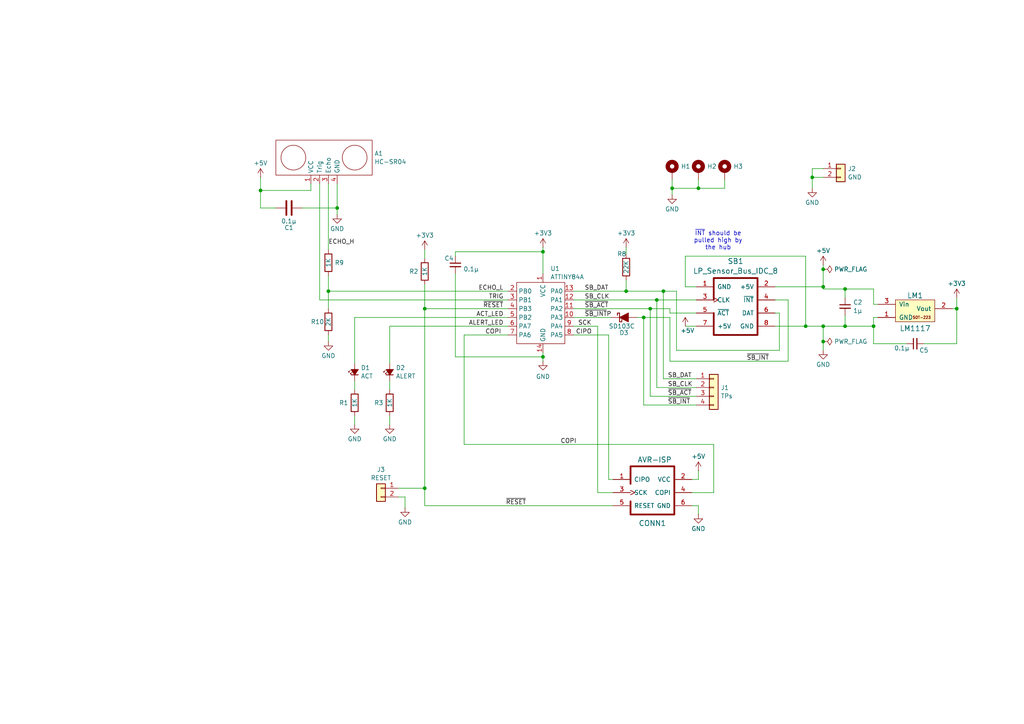
<source format=kicad_sch>
(kicad_sch (version 20250114) (generator "eeschema") (generator_version "9.0")
  (paper "A4")
  (title_block (title "Sensor Bus - HC-SR04 ultrasonic range sensor") (date "2025-08-24") (rev "A1") (company "Machina Speculatrix"))
  (lib_symbols
    (symbol "Connector_Generic:Conn_01x02" (pin_names (offset 1.016) (hide yes))
      (property "Reference" "J" (at 0 2.54 0))
      (property "Value" "Conn_01x02" (at 0 -5.08 0))
      (symbol "Conn_01x02_1_1"
        (rectangle (start -1.27 1.27) (end 1.27 -3.81) (stroke (width 0.254)) (fill (type background)))
        (rectangle (start -1.27 0.127) (end 0 -0.127) (stroke (width 0.1524)))
        (rectangle (start -1.27 -2.413) (end 0 -2.667) (stroke (width 0.1524)))
        (pin passive line (at -5.08 0 0) (length 3.81) (name "Pin_1") (number "1"))
        (pin passive line (at -5.08 -2.54 0) (length 3.81) (name "Pin_2") (number "2"))
      )
    )
    (symbol "Connector_Generic:Conn_01x04" (pin_names (offset 1.016) (hide yes))
      (property "Reference" "J" (at 0 5.08 0))
      (property "Value" "Conn_01x04" (at 0 -7.62 0))
      (symbol "Conn_01x04_1_1"
        (rectangle (start -1.27 3.81) (end 1.27 -6.35) (stroke (width 0.254)) (fill (type background)))
        (rectangle (start -1.27 2.667) (end 0 2.413) (stroke (width 0.1524)))
        (rectangle (start -1.27 0.127) (end 0 -0.127) (stroke (width 0.1524)))
        (rectangle (start -1.27 -2.413) (end 0 -2.667) (stroke (width 0.1524)))
        (rectangle (start -1.27 -4.953) (end 0 -5.207) (stroke (width 0.1524)))
        (pin passive line (at -5.08 2.54 0) (length 3.81) (name "Pin_1") (number "1"))
        (pin passive line (at -5.08 0 0) (length 3.81) (name "Pin_2") (number "2"))
        (pin passive line (at -5.08 -2.54 0) (length 3.81) (name "Pin_3") (number "3"))
        (pin passive line (at -5.08 -5.08 0) (length 3.81) (name "Pin_4") (number "4"))
      )
    )
    (symbol "Device:C" (pin_numbers (hide yes)) (pin_names (offset 0.254))
      (property "Reference" "C" (at 0.635 2.54 0))
      (property "Value" "C" (at 0.635 -2.54 0))
      (symbol "C_0_1"
        (polyline (pts (xy -2.032 0.762) (xy 2.032 0.762)) (stroke (width 0.508)))
        (polyline (pts (xy -2.032 -0.762) (xy 2.032 -0.762)) (stroke (width 0.508)))
      )
      (symbol "C_1_1"
        (pin passive line (at 0 3.81 270) (length 2.794) (name "~") (number "1"))
        (pin passive line (at 0 -3.81 90) (length 2.794) (name "~") (number "2"))
      )
    )
    (symbol "Device:C_Small" (pin_numbers (hide yes)) (pin_names (offset 0.254) (hide yes))
      (property "Reference" "C" (at 0.254 1.778 0))
      (property "Value" "C_Small" (at 0.254 -2.032 0))
      (symbol "C_Small_0_1"
        (polyline (pts (xy -1.524 0.508) (xy 1.524 0.508)) (stroke (width 0.3048)))
        (polyline (pts (xy -1.524 -0.508) (xy 1.524 -0.508)) (stroke (width 0.3302)))
      )
      (symbol "C_Small_1_1"
        (pin passive line (at 0 2.54 270) (length 2.032) (name "~") (number "1"))
        (pin passive line (at 0 -2.54 90) (length 2.032) (name "~") (number "2"))
      )
    )
    (symbol "Device:D_Schottky_Filled" (pin_numbers (hide yes)) (pin_names (offset 1.016) (hide yes))
      (property "Reference" "D" (at 0 2.54 0))
      (property "Value" "D_Schottky_Filled" (at 0 -2.54 0))
      (symbol "D_Schottky_Filled_0_1"
        (polyline (pts (xy -1.905 0.635) (xy -1.905 1.27) (xy -1.27 1.27) (xy -1.27 -1.27) (xy -0.635 -1.27) (xy -0.635 -0.635)) (stroke (width 0.254)))
        (polyline (pts (xy 1.27 1.27) (xy 1.27 -1.27) (xy -1.27 0) (xy 1.27 1.27)) (stroke (width 0.254)) (fill (type outline)))
        (polyline (pts (xy 1.27 0) (xy -1.27 0)))
      )
      (symbol "D_Schottky_Filled_1_1"
        (pin passive line (at -3.81 0 0) (length 2.54) (name "K") (number "1"))
        (pin passive line (at 3.81 0 180) (length 2.54) (name "A") (number "2"))
      )
    )
    (symbol "Device:LED_Small_Filled" (pin_numbers (hide yes)) (pin_names (offset 0.254) (hide yes))
      (property "Reference" "D" (at -1.27 3.175 0))
      (property "Value" "LED_Small_Filled" (at -4.445 -2.54 0))
      (symbol "LED_Small_Filled_0_1"
        (polyline (pts (xy -0.762 -1.016) (xy -0.762 1.016)) (stroke (width 0.254)))
        (polyline (pts (xy 0 0.762) (xy -0.508 1.27) (xy -0.254 1.27) (xy -0.508 1.27) (xy -0.508 1.016)))
        (polyline (pts (xy 0.508 1.27) (xy 0 1.778) (xy 0.254 1.778) (xy 0 1.778) (xy 0 1.524)))
        (polyline (pts (xy 0.762 -1.016) (xy -0.762 0) (xy 0.762 1.016) (xy 0.762 -1.016)) (stroke (width 0.254)) (fill (type outline)))
        (polyline (pts (xy 1.016 0) (xy -0.762 0)))
      )
      (symbol "LED_Small_Filled_1_1"
        (pin passive line (at -2.54 0 0) (length 1.778) (name "K") (number "1"))
        (pin passive line (at 2.54 0 180) (length 1.778) (name "A") (number "2"))
      )
    )
    (symbol "Device:R" (pin_numbers (hide yes)) (pin_names (offset 0))
      (property "Reference" "R" (at 2.032 0 90))
      (property "Value" "R" (at 0 0 90))
      (symbol "R_0_1"
        (rectangle (start -1.016 -2.54) (end 1.016 2.54) (stroke (width 0.254)))
      )
      (symbol "R_1_1"
        (pin passive line (at 0 3.81 270) (length 1.27) (name "~") (number "1"))
        (pin passive line (at 0 -3.81 90) (length 1.27) (name "~") (number "2"))
      )
    )
    (symbol "MS_Conn:AVR-ISP" (pin_names (offset 1.016))
      (property "Reference" "CONN" (at 0 7.62 0))
      (property "Value" "AVR-ISP" (at 0 -8.89 0))
      (symbol "AVR-ISP_0_1"
        (polyline (pts (xy -6.35 1.27) (xy -6.35 6.35) (xy 6.35 6.35) (xy 6.35 -7.62) (xy 0 -7.62) (xy -6.35 -7.62) (xy -6.35 -3.81)) (stroke (width 0.508)))
      )
      (symbol "AVR-ISP_1_1"
        (pin bidirectional line (at -11.43 2.54 0) (length 5.08) (name "CIPO") (number "1"))
        (pin bidirectional clock (at -11.43 -1.27 0) (length 5.08) (name "SCK") (number "3"))
        (pin passive line (at -11.43 -5.08 0) (length 5.08) (name "RESET") (number "5"))
        (pin power_in line (at 11.43 2.54 180) (length 5.08) (name "VCC") (number "2"))
        (pin bidirectional line (at 11.43 -1.27 180) (length 5.08) (name "COPI") (number "4"))
        (pin power_in line (at 11.43 -5.08 180) (length 5.08) (name "GND") (number "6"))
      )
    )
    (symbol "MS_Conn:LP_Sensor_Bus_IDC_8" (pin_names (offset 1.016))
      (property "Reference" "SB" (at 0 7.62 0))
      (property "Value" "LP_Sensor_Bus_IDC_8" (at 0 -14.224 0))
      (symbol "LP_Sensor_Bus_IDC_8_0_1"
        (polyline (pts (xy -6.35 -1.27) (xy -6.35 5.08) (xy 6.35 5.08) (xy 6.35 -11.43) (xy 0 -11.43) (xy -6.35 -11.43) (xy -6.35 -5.08)) (stroke (width 0.508)))
      )
      (symbol "LP_Sensor_Bus_IDC_8_1_1"
        (pin power_in line (at -11.43 2.54 0) (length 5.08) (name "GND") (number "1"))
        (pin bidirectional clock (at -11.43 -1.27 0) (length 5.08) (name "CLK") (number "3"))
        (pin passive line (at -11.43 -5.08 0) (length 5.08) (name "~{ACT}") (number "5"))
        (pin power_in line (at -11.43 -8.89 0) (length 5.08) (name "+5V") (number "7"))
        (pin power_in line (at 11.43 2.54 180) (length 5.08) (name "+5V") (number "2"))
        (pin passive line (at 11.43 -1.27 180) (length 5.08) (name "~{INT}") (number "4"))
        (pin bidirectional line (at 11.43 -5.08 180) (length 5.08) (name "DAT") (number "6"))
        (pin power_in line (at 11.43 -8.89 180) (length 5.08) (name "GND") (number "8"))
      )
    )
    (symbol "MS_Microcontrollers:ATTINY84A"
      (property "Reference" "U" (at -5.08 10.922 0))
      (property "Value" "ATTINY84A" (at -6.35 -10.922 0))
      (symbol "ATTINY84A_0_1"
        (rectangle (start -6.35 8.89) (end 7.62 -8.89))
      )
      (symbol "ATTINY84A_1_1"
        (pin bidirectional line (at -8.89 6.35 0) (length 2.54) (name "PB0") (number "2"))
        (pin bidirectional line (at -8.89 3.81 0) (length 2.54) (name "PB1") (number "3"))
        (pin bidirectional line (at -8.89 1.27 0) (length 2.54) (name "PB3") (number "4"))
        (pin bidirectional line (at -8.89 -1.27 0) (length 2.54) (name "PB2") (number "5"))
        (pin bidirectional line (at -8.89 -3.81 0) (length 2.54) (name "PA7") (number "6"))
        (pin bidirectional line (at -8.89 -6.35 0) (length 2.54) (name "PA6") (number "7"))
        (pin power_in line (at 1.27 11.43 270) (length 2.54) (name "VCC") (number "1"))
        (pin power_in line (at 1.27 -11.43 90) (length 2.54) (name "GND") (number "14"))
        (pin bidirectional line (at 10.16 6.35 180) (length 2.54) (name "PA0") (number "13"))
        (pin bidirectional line (at 10.16 3.81 180) (length 2.54) (name "PA1") (number "12"))
        (pin bidirectional line (at 10.16 1.27 180) (length 2.54) (name "PA2") (number "11"))
        (pin bidirectional line (at 10.16 -1.27 180) (length 2.54) (name "PA3") (number "10"))
        (pin bidirectional line (at 10.16 -3.81 180) (length 2.54) (name "PA4") (number "9"))
        (pin bidirectional line (at 10.16 -6.35 180) (length 2.54) (name "PA5") (number "8"))
      )
    )
    (symbol "MS_Misc:HC-SR04"
      (property "Reference" "A" (at 0 14.478 0))
      (property "Value" "HC-SR04" (at -0.508 10.16 0))
      (symbol "HC-SR04_0_1"
        (rectangle (start -13.97 12.7) (end 13.97 2.54))
        (circle (center -8.89 7.62) (radius 3.5921))
        (circle (center 8.89 7.62) (radius 3.5921))
      )
      (symbol "HC-SR04_1_1"
        (pin power_in line (at -3.81 0 90) (length 2.54) (name "VCC") (number "1"))
        (pin input line (at -1.27 0 90) (length 2.54) (name "Trig") (number "2"))
        (pin output line (at 1.27 0 90) (length 2.54) (name "Echo") (number "3"))
        (pin power_in line (at 3.81 0 90) (length 2.54) (name "GND") (number "4"))
      )
    )
    (symbol "MS_Power:LM1117" (pin_names (offset 1.016))
      (property "Reference" "LM" (at -1.27 7.62 0))
      (property "Value" "LM1117" (at -1.27 -1.27 0))
      (property "Footprint" "Package_TO_SOT_SMD:SOT-223-3_TabPin2" (at 0 0 0))
      (symbol "LM1117_0_0"
        (text "SOT-223" (at 0 1.27 0) (effects (font (size 0.762 0.762))))
      )
      (symbol "LM1117_0_1"
        (rectangle (start -7.62 6.35) (end 3.81 0) (fill (type background)))
      )
      (symbol "LM1117_1_1"
        (pin power_in line (at -12.7 5.08 0) (length 5.08) (name "Vin") (number "3"))
        (pin power_in line (at -12.7 1.27 0) (length 5.08) (name "GND") (number "1"))
        (pin power_out line (at 8.89 3.81 180) (length 5.08) (name "Vout") (number "2"))
      )
    )
    (symbol "Mechanical:MountingHole_Pad" (pin_numbers (hide yes)) (pin_names (offset 1.016) (hide yes)) (in_bom no)
      (property "Reference" "H" (at 0 6.35 0))
      (property "Value" "MountingHole_Pad" (at 0 4.445 0))
      (symbol "MountingHole_Pad_0_1"
        (circle (center 0 1.27) (radius 1.27) (stroke (width 1.27)))
      )
      (symbol "MountingHole_Pad_1_1"
        (pin input line (at 0 -2.54 90) (length 2.54) (name "1") (number "1"))
      )
    )
    (symbol "power:+3V3" (power) (pin_numbers (hide yes)) (pin_names (offset 0) (hide yes))
      (property "Value" "+3V3" (at 0 3.556 0))
      (symbol "+3V3_0_1"
        (polyline (pts (xy -0.762 1.27) (xy 0 2.54)))
        (polyline (pts (xy 0 2.54) (xy 0.762 1.27)))
        (polyline (pts (xy 0 0) (xy 0 2.54)))
      )
      (symbol "+3V3_1_1"
        (pin power_in line (at 0 0 90) (length 0) (name "~") (number "1"))
      )
    )
    (symbol "power:GND" (power) (pin_numbers (hide yes)) (pin_names (offset 0) (hide yes))
      (property "Value" "GND" (at 0 -3.81 0))
      (symbol "GND_0_1"
        (polyline (pts (xy 0 0) (xy 0 -1.27) (xy 1.27 -1.27) (xy 0 -2.54) (xy -1.27 -1.27) (xy 0 -1.27)))
      )
      (symbol "GND_1_1"
        (pin power_in line (at 0 0 270) (length 0) (name "~") (number "1"))
      )
    )
    (symbol "power:PWR_FLAG" (power) (pin_numbers (hide yes)) (pin_names (offset 0) (hide yes))
      (property "Value" "PWR_FLAG" (at 0 3.81 0))
      (symbol "PWR_FLAG_0_0"
        (pin power_out line (at 0 0 90) (length 0) (name "~") (number "1"))
      )
      (symbol "PWR_FLAG_0_1"
        (polyline (pts (xy 0 0) (xy 0 1.27) (xy -1.016 1.905) (xy 0 2.54) (xy 1.016 1.905) (xy 0 1.27)))
      )
    )
  )
  (text "~{INT} should be\npulled high by\nthe hub" (at 208.28 69.85 0) (effects (font (size 1.27 1.27))))
  (junction (at 235.585 51.435))
  (junction (at 253.365 94.615))
  (junction (at 233.68 94.615))
  (junction (at 123.19 141.605))
  (junction (at 245.11 83.82))
  (junction (at 277.495 89.535))
  (junction (at 238.76 94.615))
  (junction (at 181.61 84.455))
  (junction (at 188.595 89.535))
  (junction (at 194.945 54.61))
  (junction (at 238.76 83.185))
  (junction (at 238.76 99.06))
  (junction (at 95.25 84.455))
  (junction (at 190.5 86.995))
  (junction (at 245.11 94.615))
  (junction (at 186.69 92.075))
  (junction (at 202.565 54.61))
  (junction (at 157.48 103.505))
  (junction (at 75.565 55.245))
  (junction (at 97.79 60.325))
  (junction (at 123.19 89.535))
  (junction (at 157.48 73.025))
  (junction (at 192.405 84.455))
  (junction (at 238.76 78.105))
  (wire (pts (xy 166.37 86.995) (xy 190.5 86.995)))
  (wire (pts (xy 194.945 54.61) (xy 194.945 56.515)))
  (wire (pts (xy 166.37 89.535) (xy 188.595 89.535)))
  (wire (pts (xy 194.31 104.775) (xy 194.31 92.075)))
  (wire (pts (xy 75.565 60.325) (xy 75.565 55.245)))
  (wire (pts (xy 253.365 92.075) (xy 253.365 94.615)))
  (wire (pts (xy 173.355 94.615) (xy 173.355 142.875)))
  (wire (pts (xy 224.79 94.615) (xy 233.68 94.615)))
  (wire (pts (xy 132.08 103.505) (xy 157.48 103.505)))
  (wire (pts (xy 115.57 141.605) (xy 123.19 141.605)))
  (wire (pts (xy 238.76 78.105) (xy 238.76 83.185)))
  (wire (pts (xy 224.79 86.995) (xy 228.6 86.995)))
  (wire (pts (xy 224.79 90.805) (xy 226.06 90.805)))
  (wire (pts (xy 147.32 94.615) (xy 113.03 94.615)))
  (wire (pts (xy 186.69 117.475) (xy 201.93 117.475)))
  (wire (pts (xy 233.68 94.615) (xy 238.76 94.615)))
  (wire (pts (xy 113.03 110.49) (xy 113.03 113.03)))
  (wire (pts (xy 123.19 72.39) (xy 123.19 74.93)))
  (wire (pts (xy 245.11 91.44) (xy 245.11 94.615)))
  (wire (pts (xy 181.61 84.455) (xy 192.405 84.455)))
  (wire (pts (xy 123.19 89.535) (xy 123.19 141.605)))
  (wire (pts (xy 228.6 86.995) (xy 228.6 104.775)))
  (wire (pts (xy 198.755 74.295) (xy 233.68 74.295)))
  (wire (pts (xy 166.37 94.615) (xy 173.355 94.615)))
  (wire (pts (xy 113.03 94.615) (xy 113.03 105.41)))
  (wire (pts (xy 117.475 144.145) (xy 117.475 147.32)))
  (wire (pts (xy 192.405 109.855) (xy 192.405 84.455)))
  (wire (pts (xy 194.31 90.805) (xy 194.31 89.535)))
  (wire (pts (xy 238.76 94.615) (xy 245.11 94.615)))
  (wire (pts (xy 202.565 139.065) (xy 202.565 136.525)))
  (wire (pts (xy 102.87 92.075) (xy 102.87 105.41)))
  (wire (pts (xy 157.48 71.755) (xy 157.48 73.025)))
  (wire (pts (xy 228.6 104.775) (xy 194.31 104.775)))
  (wire (pts (xy 277.495 99.695) (xy 277.495 89.535)))
  (wire (pts (xy 238.76 78.105) (xy 238.76 76.835)))
  (wire (pts (xy 201.93 109.855) (xy 192.405 109.855)))
  (wire (pts (xy 202.565 52.07) (xy 202.565 54.61)))
  (wire (pts (xy 210.185 52.07) (xy 210.185 54.61)))
  (wire (pts (xy 132.08 74.295) (xy 132.08 73.025)))
  (wire (pts (xy 235.585 51.435) (xy 238.76 51.435)))
  (wire (pts (xy 245.11 83.82) (xy 245.11 86.36)))
  (wire (pts (xy 97.79 60.325) (xy 97.79 62.23)))
  (wire (pts (xy 123.19 89.535) (xy 147.32 89.535)))
  (wire (pts (xy 95.25 53.34) (xy 95.25 72.39)))
  (wire (pts (xy 226.06 90.805) (xy 226.06 101.6)))
  (wire (pts (xy 181.61 71.755) (xy 181.61 73.66)))
  (wire (pts (xy 134.62 97.155) (xy 147.32 97.155)))
  (wire (pts (xy 253.365 94.615) (xy 253.365 99.695)))
  (wire (pts (xy 254.635 92.075) (xy 253.365 92.075)))
  (wire (pts (xy 235.585 48.895) (xy 235.585 51.435)))
  (wire (pts (xy 166.37 84.455) (xy 181.61 84.455)))
  (wire (pts (xy 190.5 86.995) (xy 201.93 86.995)))
  (wire (pts (xy 202.565 146.685) (xy 202.565 149.225)))
  (wire (pts (xy 102.87 110.49) (xy 102.87 113.03)))
  (wire (pts (xy 75.565 55.245) (xy 90.17 55.245)))
  (wire (pts (xy 176.53 139.065) (xy 177.8 139.065)))
  (wire (pts (xy 75.565 51.435) (xy 75.565 55.245)))
  (wire (pts (xy 226.06 101.6) (xy 196.215 101.6)))
  (wire (pts (xy 238.76 83.185) (xy 238.76 83.82)))
  (wire (pts (xy 245.11 83.82) (xy 253.365 83.82)))
  (wire (pts (xy 202.565 54.61) (xy 194.945 54.61)))
  (wire (pts (xy 123.19 146.685) (xy 177.8 146.685)))
  (wire (pts (xy 253.365 88.265) (xy 253.365 83.82)))
  (wire (pts (xy 194.31 89.535) (xy 188.595 89.535)))
  (wire (pts (xy 95.25 84.455) (xy 95.25 89.535)))
  (wire (pts (xy 166.37 97.155) (xy 176.53 97.155)))
  (wire (pts (xy 198.755 94.615) (xy 201.93 94.615)))
  (wire (pts (xy 95.25 80.01) (xy 95.25 84.455)))
  (wire (pts (xy 207.01 142.875) (xy 200.66 142.875)))
  (wire (pts (xy 102.87 120.65) (xy 102.87 123.19)))
  (wire (pts (xy 200.66 146.685) (xy 202.565 146.685)))
  (wire (pts (xy 277.495 89.535) (xy 277.495 86.36)))
  (wire (pts (xy 267.97 99.695) (xy 277.495 99.695)))
  (wire (pts (xy 95.25 97.155) (xy 95.25 99.06)))
  (wire (pts (xy 188.595 89.535) (xy 188.595 114.935)))
  (wire (pts (xy 176.53 97.155) (xy 176.53 139.065)))
  (wire (pts (xy 192.405 84.455) (xy 196.215 84.455)))
  (wire (pts (xy 80.01 60.325) (xy 75.565 60.325)))
  (wire (pts (xy 97.79 53.34) (xy 97.79 60.325)))
  (wire (pts (xy 200.66 139.065) (xy 202.565 139.065)))
  (wire (pts (xy 87.63 60.325) (xy 97.79 60.325)))
  (wire (pts (xy 157.48 73.025) (xy 157.48 79.375)))
  (wire (pts (xy 186.69 92.075) (xy 186.69 117.475)))
  (wire (pts (xy 166.37 92.075) (xy 177.165 92.075)))
  (wire (pts (xy 254.635 88.265) (xy 253.365 88.265)))
  (wire (pts (xy 235.585 51.435) (xy 235.585 54.61)))
  (wire (pts (xy 238.76 94.615) (xy 238.76 99.06)))
  (wire (pts (xy 95.25 84.455) (xy 147.32 84.455)))
  (wire (pts (xy 245.11 94.615) (xy 253.365 94.615)))
  (wire (pts (xy 132.08 79.375) (xy 132.08 103.505)))
  (wire (pts (xy 262.89 99.695) (xy 253.365 99.695)))
  (wire (pts (xy 194.31 92.075) (xy 186.69 92.075)))
  (wire (pts (xy 196.215 101.6) (xy 196.215 84.455)))
  (wire (pts (xy 123.19 141.605) (xy 123.19 146.685)))
  (wire (pts (xy 198.755 83.185) (xy 198.755 74.295)))
  (wire (pts (xy 184.785 92.075) (xy 186.69 92.075)))
  (wire (pts (xy 233.68 74.295) (xy 233.68 94.615)))
  (wire (pts (xy 113.03 120.65) (xy 113.03 123.19)))
  (wire (pts (xy 190.5 86.995) (xy 190.5 112.395)))
  (wire (pts (xy 115.57 144.145) (xy 117.475 144.145)))
  (wire (pts (xy 157.48 102.235) (xy 157.48 103.505)))
  (wire (pts (xy 188.595 114.935) (xy 201.93 114.935)))
  (wire (pts (xy 201.93 83.185) (xy 198.755 83.185)))
  (wire (pts (xy 238.76 99.06) (xy 238.76 101.6)))
  (wire (pts (xy 190.5 112.395) (xy 201.93 112.395)))
  (wire (pts (xy 132.08 73.025) (xy 157.48 73.025)))
  (wire (pts (xy 207.01 128.905) (xy 207.01 142.875)))
  (wire (pts (xy 181.61 81.28) (xy 181.61 84.455)))
  (wire (pts (xy 92.71 53.34) (xy 92.71 86.995)))
  (wire (pts (xy 238.76 83.82) (xy 245.11 83.82)))
  (wire (pts (xy 123.19 82.55) (xy 123.19 89.535)))
  (wire (pts (xy 238.76 48.895) (xy 235.585 48.895)))
  (wire (pts (xy 92.71 86.995) (xy 147.32 86.995)))
  (wire (pts (xy 276.225 89.535) (xy 277.495 89.535)))
  (wire (pts (xy 224.79 83.185) (xy 238.76 83.185)))
  (wire (pts (xy 134.62 128.905) (xy 207.01 128.905)))
  (wire (pts (xy 201.93 90.805) (xy 194.31 90.805)))
  (wire (pts (xy 210.185 54.61) (xy 202.565 54.61)))
  (wire (pts (xy 134.62 97.155) (xy 134.62 128.905)))
  (wire (pts (xy 102.87 92.075) (xy 147.32 92.075)))
  (wire (pts (xy 194.945 52.07) (xy 194.945 54.61)))
  (wire (pts (xy 157.48 103.505) (xy 157.48 104.775)))
  (wire (pts (xy 90.17 55.245) (xy 90.17 53.34)))
  (wire (pts (xy 177.8 142.875) (xy 173.355 142.875)))
  (label "~{SB_INT}" (at 193.675 117.475 0))
  (label "ACT_LED" (at 146.05 92.075 180))
  (label "SB_CLK" (at 193.675 112.395 0))
  (label "SCK" (at 167.64 94.615 0))
  (label "SB_DAT" (at 169.545 84.455 0))
  (label "CIPO" (at 167.005 97.155 0))
  (label "SB_CLK" (at 169.545 86.995 0))
  (label "~{SB_ACT}" (at 193.675 114.935 0))
  (label "~{RESET}" (at 146.685 146.685 0))
  (label "COPI" (at 145.415 97.155 180))
  (label "ECHO_H" (at 95.25 71.12 0))
  (label "~{SB_INT}" (at 216.535 104.775 0))
  (label "TRIG" (at 146.05 86.995 180))
  (label "SB_DAT" (at 193.675 109.855 0))
  (label "~{RESET}" (at 146.05 89.535 180))
  (label "ALERT_LED" (at 146.05 94.615 180))
  (label "ECHO_L" (at 146.05 84.455 180))
  (label "~{SB_ACT}" (at 169.545 89.535 0))
  (label "~{SB_INT}P" (at 169.545 92.075 0))
  (label "COPI" (at 162.56 128.905 0))
  (symbol (lib_id "power:GND") (at 95.25 99.06 0) (unit 1)
    (property "Reference" "#PWR07" (effects (hide yes)))
    (property "Value" "GND" (at 95.25 103.1931 0))
    (property "Description" "Power symbol creates a global label with name \"GND\" , ground" (effects (hide yes)))
  )
  (symbol (lib_id "power:GND") (at 157.48 104.775 0) (unit 1)
    (property "Reference" "#PWR02" (effects (hide yes)))
    (property "Value" "GND" (at 157.48 109.22 0))
    (property "Description" "Power symbol creates a global label with name \"GND\" , ground" (effects (hide yes)))
  )
  (symbol (lib_id "MS_Conn:LP_Sensor_Bus_IDC_8") (at 213.36 85.725 0) (unit 1)
    (property "Reference" "SB1" (at 213.36 75.7606 0) (effects (font (size 1.524 1.524))))
    (property "Value" "LP_Sensor_Bus_IDC_8" (at 213.36 78.5935 0) (effects (font (size 1.524 1.524))))
    (property "Footprint" "MS_Connectors:SensorBus_2x04_P2.54mm_Vertical" (effects (hide yes)))
    (property "Description" "Lares Primus Sensor Bus 6-pin IDE header" (effects (hide yes)))
  )
  (symbol (lib_id "power:GND") (at 102.87 123.19 0) (unit 1)
    (property "Reference" "#PWR012" (effects (hide yes)))
    (property "Value" "GND" (at 102.87 127.3231 0))
    (property "Description" "Power symbol creates a global label with name \"GND\" , ground" (effects (hide yes)))
  )
  (symbol (lib_id "power:GND") (at 238.76 101.6 0) (unit 1)
    (property "Reference" "#PWR01" (effects (hide yes)))
    (property "Value" "GND" (at 238.76 105.7331 0))
    (property "Description" "Power symbol creates a global label with name \"GND\" , ground" (effects (hide yes)))
  )
  (symbol (lib_id "power:+3V3") (at 202.565 136.525 0) (unit 1)
    (property "Reference" "#PWR014" (effects (hide yes)))
    (property "Value" "+5V" (at 202.565 132.3919 0))
    (property "Description" "Power symbol creates a global label with name \"+3V3\"" (effects (hide yes)))
  )
  (symbol (lib_id "MS_Microcontrollers:ATTINY84A") (at 156.21 90.805 0) (unit 1)
    (property "Reference" "U1" (at 159.6233 77.8975 0) (effects (justify left)))
    (property "Value" "ATTINY84A" (at 159.6233 80.3218 0) (effects (justify left)))
    (property "Footprint" "Package_SO:SOIC-14_3.9x8.7mm_P1.27mm" (effects (hide yes)))
  )
  (symbol (lib_id "power:PWR_FLAG") (at 238.76 99.06 270) (unit 1)
    (property "Reference" "#FLG03" (effects (hide yes)))
    (property "Value" "PWR_FLAG" (at 241.935 99.06 90) (effects (justify left)))
    (property "Description" "Special symbol for telling ERC where power comes from" (effects (hide yes)))
  )
  (symbol (lib_id "Connector_Generic:Conn_01x02") (at 110.49 141.605 0) (mirror y) (unit 1)
    (property "Reference" "J3" (at 110.49 136.1905 0))
    (property "Value" "RESET" (at 110.49 138.6148 0))
    (property "Footprint" "Connector_PinHeader_2.54mm:PinHeader_1x02_P2.54mm_Vertical" (effects (hide yes)))
    (property "Description" "Generic connector, single row, 01x02, script generated (kicad-library-utils/schlib/autogen/connector/)" (effects (hide yes)))
  )
  (symbol (lib_id "Device:R") (at 123.19 78.74 180) (unit 1)
    (property "Reference" "R2" (at 120.015 78.74 0))
    (property "Value" "1K" (at 123.19 78.74 90))
    (property "Footprint" "MS_Favourites:Resistor_SMD_1206_HandSolder" (effects (hide yes)))
    (property "Description" "Resistor" (effects (hide yes)))
  )
  (symbol (lib_id "Device:C_Small") (at 132.08 76.835 0) (unit 1)
    (property "Reference" "C4" (at 128.905 74.93 0) (effects (justify left)))
    (property "Value" "0.1µ" (at 134.4041 78.0534 0) (effects (justify left)))
    (property "Footprint" "Capacitor_SMD:C_1206_3216Metric_Pad1.33x1.80mm_HandSolder" (effects (hide yes)))
    (property "Description" "Unpolarized capacitor, small symbol" (effects (hide yes)))
  )
  (symbol (lib_id "Device:R") (at 113.03 116.84 180) (unit 1)
    (property "Reference" "R3" (at 109.855 116.84 0))
    (property "Value" "1K" (at 113.03 116.84 90))
    (property "Footprint" "MS_Favourites:Resistor_SMD_1206_HandSolder" (effects (hide yes)))
    (property "Description" "Resistor" (effects (hide yes)))
  )
  (symbol (lib_id "power:GND") (at 117.475 147.32 0) (unit 1)
    (property "Reference" "#PWR017" (effects (hide yes)))
    (property "Value" "GND" (at 117.475 151.4531 0))
    (property "Description" "Power symbol creates a global label with name \"GND\" , ground" (effects (hide yes)))
  )
  (symbol (lib_id "Mechanical:MountingHole_Pad") (at 210.185 49.53 0) (unit 1) (in_bom no)
    (property "Reference" "H3" (at 212.725 48.26 0) (effects (justify left)))
    (property "Value" "MountingHole_Pad" (effects (hide yes)))
    (property "Footprint" "MS_Favourites:MountingHole_M3_Pad" (effects (hide yes)))
    (property "Description" "Mounting Hole with connection" (effects (hide yes)))
  )
  (symbol (lib_id "power:+3V3") (at 75.565 51.435 0) (unit 1)
    (property "Reference" "#PWR08" (effects (hide yes)))
    (property "Value" "+5V" (at 75.565 47.3019 0))
    (property "Description" "Power symbol creates a global label with name \"+3V3\"" (effects (hide yes)))
  )
  (symbol (lib_id "power:GND") (at 235.585 54.61 0) (unit 1)
    (property "Reference" "#PWR09" (effects (hide yes)))
    (property "Value" "GND" (at 235.585 58.7431 0))
    (property "Description" "Power symbol creates a global label with name \"GND\" , ground" (effects (hide yes)))
  )
  (symbol (lib_id "Connector_Generic:Conn_01x02") (at 243.84 48.895 0) (unit 1)
    (property "Reference" "J2" (at 245.872 48.9528 0) (effects (justify left)))
    (property "Value" "GND" (at 245.872 51.3771 0) (effects (justify left)))
    (property "Footprint" "Connector_PinHeader_2.54mm:PinHeader_1x02_P2.54mm_Vertical" (effects (hide yes)))
    (property "Description" "Generic connector, single row, 01x02, script generated (kicad-library-utils/schlib/autogen/connector/)" (effects (hide yes)))
  )
  (symbol (lib_id "Device:LED_Small_Filled") (at 102.87 107.95 90) (unit 1)
    (property "Reference" "D1" (at 104.648 106.6743 90) (effects (justify right)))
    (property "Value" "ACT" (at 104.648 109.0986 90) (effects (justify right)))
    (property "Footprint" "MS_Favourites:LED_1206_SMD" (effects (hide yes)))
    (property "Description" "Light emitting diode, small symbol, filled shape" (effects (hide yes)))
    (property "Sim.Pins" "1=K 2=A" (effects (hide yes)))
  )
  (symbol (lib_id "power:+3V3") (at 238.76 76.835 0) (unit 1)
    (property "Reference" "#PWR016" (effects (hide yes)))
    (property "Value" "+5V" (at 238.76 72.7019 0))
    (property "Description" "Power symbol creates a global label with name \"+3V3\"" (effects (hide yes)))
  )
  (symbol (lib_id "Mechanical:MountingHole_Pad") (at 202.565 49.53 0) (unit 1) (in_bom no)
    (property "Reference" "H2" (at 205.105 48.26 0) (effects (justify left)))
    (property "Value" "MountingHole_Pad" (effects (hide yes)))
    (property "Footprint" "MS_Favourites:MountingHole_M3_Pad" (effects (hide yes)))
    (property "Description" "Mounting Hole with connection" (effects (hide yes)))
  )
  (symbol (lib_id "Mechanical:MountingHole_Pad") (at 194.945 49.53 0) (unit 1) (in_bom no)
    (property "Reference" "H1" (at 197.485 48.26 0) (effects (justify left)))
    (property "Value" "MountingHole_Pad" (effects (hide yes)))
    (property "Footprint" "MS_Favourites:MountingHole_M3_Pad" (effects (hide yes)))
    (property "Description" "Mounting Hole with connection" (effects (hide yes)))
  )
  (symbol (lib_id "power:GND") (at 194.945 56.515 0) (unit 1)
    (property "Reference" "#PWR05" (effects (hide yes)))
    (property "Value" "GND" (at 194.945 60.6481 0))
    (property "Description" "Power symbol creates a global label with name \"GND\" , ground" (effects (hide yes)))
  )
  (symbol (lib_id "MS_Power:LM1117") (at 267.335 93.345 0) (unit 1)
    (property "Reference" "LM1" (at 265.43 85.725 0) (effects (font (size 1.524 1.524))))
    (property "Value" "LM1117" (at 265.43 95.25 0) (effects (font (size 1.524 1.524))))
    (property "Footprint" "Package_TO_SOT_SMD:SOT-223-3_TabPin2" (effects (hide yes)))
    (property "Description" "3V3 1A voltage regulator" (effects (hide yes)))
  )
  (symbol (lib_id "Device:R") (at 95.25 76.2 180) (unit 1)
    (property "Reference" "R9" (at 98.425 76.2 0))
    (property "Value" "1K" (at 95.25 76.2 90))
    (property "Footprint" "MS_Favourites:Resistor_SMD_1206_HandSolder" (effects (hide yes)))
    (property "Description" "Resistor" (effects (hide yes)))
  )
  (symbol (lib_id "MS_Conn:AVR-ISP") (at 189.23 141.605 0) (unit 1)
    (property "Reference" "CONN1" (at 189.23 151.765 0) (effects (font (size 1.524 1.524))))
    (property "Value" "AVR-ISP" (at 189.865 133.35 0) (effects (font (size 1.524 1.524))))
    (property "Footprint" "MS_Connectors:AVR_ISP_HE10_2x3" (effects (hide yes)))
    (property "Description" "AVR ISP header 2x3 HE-10" (effects (hide yes)))
  )
  (symbol (lib_id "MS_Misc:HC-SR04") (at 93.98 53.34 0) (unit 1)
    (property "Reference" "A1" (at 108.585 44.5078 0) (effects (justify left)))
    (property "Value" "HC-SR04" (at 108.585 46.9321 0) (effects (justify left)))
    (property "Footprint" "MS_General:HC-SR04" (effects (hide yes)))
  )
  (symbol (lib_id "power:+3V3") (at 181.61 71.755 0) (unit 1)
    (property "Reference" "#PWR04" (effects (hide yes)))
    (property "Value" "+3V3" (at 181.61 67.6219 0))
    (property "Description" "Power symbol creates a global label with name \"+3V3\"" (effects (hide yes)))
  )
  (symbol (lib_id "Device:C_Small") (at 245.11 88.9 0) (unit 1)
    (property "Reference" "C2" (at 247.4341 87.6941 0) (effects (justify left)))
    (property "Value" "1µ" (at 247.4341 90.1184 0) (effects (justify left)))
    (property "Footprint" "Capacitor_SMD:C_1206_3216Metric_Pad1.33x1.80mm_HandSolder" (effects (hide yes)))
    (property "Description" "Unpolarized capacitor, small symbol" (effects (hide yes)))
  )
  (symbol (lib_id "Connector_Generic:Conn_01x04") (at 207.01 112.395 0) (unit 1)
    (property "Reference" "J1" (at 209.042 112.4528 0) (effects (justify left)))
    (property "Value" "TPs" (at 209.042 114.8771 0) (effects (justify left)))
    (property "Footprint" "Connector_PinHeader_2.54mm:PinHeader_1x04_P2.54mm_Vertical" (effects (hide yes)))
    (property "Description" "Generic connector, single row, 01x04, script generated (kicad-library-utils/schlib/autogen/connector/)" (effects (hide yes)))
  )
  (symbol (lib_id "Device:R") (at 181.61 77.47 180) (unit 1)
    (property "Reference" "R8" (at 180.34 73.66 0))
    (property "Value" "22K" (at 181.61 77.47 90))
    (property "Footprint" "MS_Favourites:Resistor_SMD_1206_HandSolder" (effects (hide yes)))
    (property "Description" "Resistor" (effects (hide yes)))
  )
  (symbol (lib_id "Device:C_Small") (at 265.43 99.695 90) (unit 1)
    (property "Reference" "C5" (at 267.97 101.6 90))
    (property "Value" "0.1µ" (at 261.62 100.965 90))
    (property "Footprint" "Capacitor_SMD:C_1206_3216Metric_Pad1.33x1.80mm_HandSolder" (effects (hide yes)))
    (property "Description" "Unpolarized capacitor, small symbol" (effects (hide yes)))
  )
  (symbol (lib_id "Device:R") (at 102.87 116.84 180) (unit 1)
    (property "Reference" "R1" (at 99.695 116.84 0))
    (property "Value" "1K" (at 102.87 116.84 90))
    (property "Footprint" "MS_Favourites:Resistor_SMD_1206_HandSolder" (effects (hide yes)))
    (property "Description" "Resistor" (effects (hide yes)))
  )
  (symbol (lib_id "Device:D_Schottky_Filled") (at 180.975 92.075 0) (unit 1)
    (property "Reference" "D3" (at 180.975 96.52 0))
    (property "Value" "SD103C" (at 180.34 94.615 0))
    (property "Footprint" "Diode_SMD:D_SOD-123" (effects (hide yes)))
    (property "Description" "Schottky diode, filled shape" (effects (hide yes)))
  )
  (symbol (lib_id "power:+3V3") (at 123.19 72.39 0) (unit 1)
    (property "Reference" "#PWR015" (effects (hide yes)))
    (property "Value" "+3V3" (at 123.19 68.2569 0))
    (property "Description" "Power symbol creates a global label with name \"+3V3\"" (effects (hide yes)))
  )
  (symbol (lib_id "power:GND") (at 113.03 123.19 0) (unit 1)
    (property "Reference" "#PWR010" (effects (hide yes)))
    (property "Value" "GND" (at 113.03 127.3231 0))
    (property "Description" "Power symbol creates a global label with name \"GND\" , ground" (effects (hide yes)))
  )
  (symbol (lib_id "power:GND") (at 202.565 149.225 0) (unit 1)
    (property "Reference" "#PWR013" (effects (hide yes)))
    (property "Value" "GND" (at 202.565 153.3581 0))
    (property "Description" "Power symbol creates a global label with name \"GND\" , ground" (effects (hide yes)))
  )
  (symbol (lib_id "power:+3V3") (at 157.48 71.755 0) (unit 1)
    (property "Reference" "#PWR03" (effects (hide yes)))
    (property "Value" "+3V3" (at 157.48 67.6219 0))
    (property "Description" "Power symbol creates a global label with name \"+3V3\"" (effects (hide yes)))
  )
  (symbol (lib_id "Device:LED_Small_Filled") (at 113.03 107.95 90) (unit 1)
    (property "Reference" "D2" (at 114.808 106.6743 90) (effects (justify right)))
    (property "Value" "ALERT" (at 114.808 109.0986 90) (effects (justify right)))
    (property "Footprint" "MS_Favourites:LED_1206_SMD" (effects (hide yes)))
    (property "Description" "Light emitting diode, small symbol, filled shape" (effects (hide yes)))
    (property "Sim.Pins" "1=K 2=A" (effects (hide yes)))
  )
  (symbol (lib_id "power:+3V3") (at 277.495 86.36 0) (unit 1)
    (property "Reference" "#PWR011" (effects (hide yes)))
    (property "Value" "+3V3" (at 277.495 82.2269 0))
    (property "Description" "Power symbol creates a global label with name \"+3V3\"" (effects (hide yes)))
  )
  (symbol (lib_id "Device:C") (at 83.82 60.325 90) (unit 1)
    (property "Reference" "C1" (at 83.82 66.04 90))
    (property "Value" "0.1µ" (at 83.82 64.135 90))
    (property "Footprint" "Capacitor_SMD:C_1206_3216Metric_Pad1.33x1.80mm_HandSolder" (effects (hide yes)))
    (property "Description" "Unpolarized capacitor" (effects (hide yes)))
  )
  (symbol (lib_id "power:GND") (at 97.79 62.23 0) (unit 1)
    (property "Reference" "#PWR06" (effects (hide yes)))
    (property "Value" "GND" (at 97.79 66.3631 0))
    (property "Description" "Power symbol creates a global label with name \"GND\" , ground" (effects (hide yes)))
  )
  (symbol (lib_id "power:+3V3") (at 198.755 94.615 0) (unit 1)
    (property "Reference" "#PWR018" (effects (hide yes)))
    (property "Value" "+5V" (at 199.39 95.885 0))
    (property "Description" "Power symbol creates a global label with name \"+3V3\"" (effects (hide yes)))
  )
  (symbol (lib_id "power:PWR_FLAG") (at 238.76 78.105 270) (unit 1)
    (property "Reference" "#FLG04" (effects (hide yes)))
    (property "Value" "PWR_FLAG" (at 241.935 78.105 90) (effects (justify left)))
    (property "Description" "Special symbol for telling ERC where power comes from" (effects (hide yes)))
  )
  (symbol (lib_id "Device:R") (at 95.25 93.345 180) (unit 1)
    (property "Reference" "R10" (at 92.075 93.345 0))
    (property "Value" "2K" (at 95.25 93.345 90))
    (property "Footprint" "MS_Favourites:Resistor_SMD_1206_HandSolder" (effects (hide yes)))
    (property "Description" "Resistor" (effects (hide yes)))
  )
)
</source>
